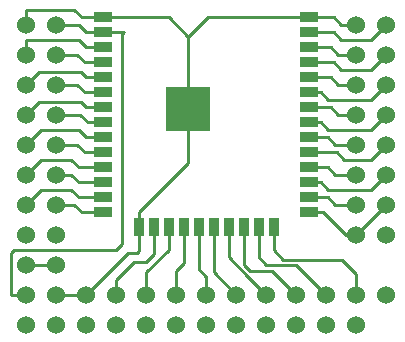
<source format=gbr>
%TF.GenerationSoftware,KiCad,Pcbnew,7.0.10*%
%TF.CreationDate,2024-01-17T03:24:24-05:00*%
%TF.ProjectId,esp32-wroom-socket,65737033-322d-4777-926f-6f6d2d736f63,rev?*%
%TF.SameCoordinates,Original*%
%TF.FileFunction,Copper,L1,Top*%
%TF.FilePolarity,Positive*%
%FSLAX46Y46*%
G04 Gerber Fmt 4.6, Leading zero omitted, Abs format (unit mm)*
G04 Created by KiCad (PCBNEW 7.0.10) date 2024-01-17 03:24:24*
%MOMM*%
%LPD*%
G01*
G04 APERTURE LIST*
%TA.AperFunction,ComponentPad*%
%ADD10C,1.524000*%
%TD*%
%TA.AperFunction,SMDPad,CuDef*%
%ADD11R,1.500000X0.900000*%
%TD*%
%TA.AperFunction,SMDPad,CuDef*%
%ADD12R,0.900000X1.500000*%
%TD*%
%TA.AperFunction,SMDPad,CuDef*%
%ADD13R,3.800000X3.800000*%
%TD*%
%TA.AperFunction,Conductor*%
%ADD14C,0.250000*%
%TD*%
G04 APERTURE END LIST*
D10*
%TO.P,U1,*%
%TO.N,*%
X144780000Y-99060000D03*
X144780000Y-106680000D03*
X147320000Y-99060000D03*
X147320000Y-106680000D03*
X149860000Y-106680000D03*
X152400000Y-106680000D03*
X154940000Y-106680000D03*
X157480000Y-106680000D03*
X160020000Y-106680000D03*
X162560000Y-106680000D03*
X165100000Y-106680000D03*
X167640000Y-106680000D03*
X170180000Y-106680000D03*
X172720000Y-106680000D03*
X175260000Y-104140000D03*
%TO.P,U1,1,GND*%
%TO.N,Net-(U1-GND-Pad1)*%
X144780000Y-81280000D03*
D11*
X151270000Y-80650000D03*
D10*
%TO.P,U1,2,VDD*%
%TO.N,unconnected-(U1-VDD-Pad2)*%
X144780000Y-104140000D03*
X147320000Y-81280000D03*
D11*
X151270000Y-81920000D03*
D10*
%TO.P,U1,3,EN*%
%TO.N,unconnected-(U1-EN-Pad3)*%
X144780000Y-83820000D03*
D11*
X151270000Y-83190000D03*
D10*
%TO.P,U1,4,SENSOR_VP*%
%TO.N,unconnected-(U1-SENSOR_VP-Pad4)*%
X147320000Y-83820000D03*
D11*
X151270000Y-84460000D03*
D10*
%TO.P,U1,5,SENSOR_VN*%
%TO.N,unconnected-(U1-SENSOR_VN-Pad5)*%
X144780000Y-86360000D03*
D11*
X151270000Y-85730000D03*
D10*
%TO.P,U1,6,IO34*%
%TO.N,unconnected-(U1-IO34-Pad6)*%
X147320000Y-86360000D03*
D11*
X151270000Y-87000000D03*
D10*
%TO.P,U1,7,IO35*%
%TO.N,unconnected-(U1-IO35-Pad7)*%
X144780000Y-88900000D03*
D11*
X151270000Y-88270000D03*
D10*
%TO.P,U1,8,IO32*%
%TO.N,unconnected-(U1-IO32-Pad8)*%
X147320000Y-88900000D03*
D11*
X151270000Y-89540000D03*
D10*
%TO.P,U1,9,IO33*%
%TO.N,unconnected-(U1-IO33-Pad9)*%
X144780000Y-91440000D03*
D11*
X151270000Y-90810000D03*
D10*
%TO.P,U1,10,IO25*%
%TO.N,unconnected-(U1-IO25-Pad10)*%
X147320000Y-91440000D03*
D11*
X151270000Y-92080000D03*
D10*
%TO.P,U1,11,IO26*%
%TO.N,unconnected-(U1-IO26-Pad11)*%
X144780000Y-93980000D03*
D11*
X151270000Y-93350000D03*
D10*
%TO.P,U1,12,IO27*%
%TO.N,unconnected-(U1-IO27-Pad12)*%
X147320000Y-93980000D03*
D11*
X151270000Y-94620000D03*
D10*
%TO.P,U1,13,IO14*%
%TO.N,unconnected-(U1-IO14-Pad13)*%
X144780000Y-96520000D03*
D11*
X151270000Y-95890000D03*
D10*
%TO.P,U1,14,IO12*%
%TO.N,unconnected-(U1-IO12-Pad14)*%
X147320000Y-96520000D03*
D11*
X151270000Y-97160000D03*
D10*
%TO.P,U1,15,GND*%
%TO.N,Net-(U1-GND-Pad1)*%
X144780000Y-101600000D03*
X147320000Y-101600000D03*
X147320000Y-104140000D03*
X149860000Y-104140000D03*
D12*
X154310000Y-98410000D03*
D10*
%TO.P,U1,16,IO13*%
%TO.N,unconnected-(U1-IO13-Pad16)*%
X152400000Y-104140000D03*
D12*
X155580000Y-98410000D03*
D10*
%TO.P,U1,17,SHD/SD2*%
%TO.N,unconnected-(U1-SHD{slash}SD2-Pad17)*%
X154940000Y-104140000D03*
D12*
X156850000Y-98410000D03*
D10*
%TO.P,U1,18,SWP/SD3*%
%TO.N,unconnected-(U1-SWP{slash}SD3-Pad18)*%
X157480000Y-104140000D03*
D12*
X158120000Y-98410000D03*
%TO.P,U1,19,SCS/CMD*%
%TO.N,unconnected-(U1-SCS{slash}CMD-Pad19)*%
X159390000Y-98410000D03*
D10*
X160020000Y-104140000D03*
D12*
%TO.P,U1,20,SCK/CLK*%
%TO.N,unconnected-(U1-SCK{slash}CLK-Pad20)*%
X160660000Y-98410000D03*
D10*
X162560000Y-104140000D03*
D12*
%TO.P,U1,21,SDO/SD0*%
%TO.N,unconnected-(U1-SDO{slash}SD0-Pad21)*%
X161930000Y-98410000D03*
D10*
X165100000Y-104140000D03*
D12*
%TO.P,U1,22,SDI/SD1*%
%TO.N,unconnected-(U1-SDI{slash}SD1-Pad22)*%
X163200000Y-98410000D03*
D10*
X167640000Y-104140000D03*
D12*
%TO.P,U1,23,IO15*%
%TO.N,unconnected-(U1-IO15-Pad23)*%
X164470000Y-98410000D03*
D10*
X170180000Y-104140000D03*
D12*
%TO.P,U1,24,IO2*%
%TO.N,unconnected-(U1-IO2-Pad24)*%
X165740000Y-98410000D03*
D10*
X172720000Y-104140000D03*
D11*
%TO.P,U1,25,IO0*%
%TO.N,unconnected-(U1-IO0-Pad25)*%
X168770000Y-97160000D03*
D10*
X172720000Y-99060000D03*
X175260000Y-96520000D03*
D11*
%TO.P,U1,26,IO4*%
%TO.N,unconnected-(U1-IO4-Pad26)*%
X168770000Y-95890000D03*
D10*
X172720000Y-96520000D03*
D11*
%TO.P,U1,27,IO16*%
%TO.N,unconnected-(U1-IO16-Pad27)*%
X168770000Y-94620000D03*
D10*
X175260000Y-93980000D03*
D11*
%TO.P,U1,28,IO17*%
%TO.N,unconnected-(U1-IO17-Pad28)*%
X168770000Y-93350000D03*
D10*
X172720000Y-93980000D03*
D11*
%TO.P,U1,29,IO5*%
%TO.N,unconnected-(U1-IO5-Pad29)*%
X168770000Y-92080000D03*
D10*
X175260000Y-91440000D03*
D11*
%TO.P,U1,30,IO18*%
%TO.N,unconnected-(U1-IO18-Pad30)*%
X168770000Y-90810000D03*
D10*
X172720000Y-91440000D03*
D11*
%TO.P,U1,31,IO19*%
%TO.N,unconnected-(U1-IO19-Pad31)*%
X168770000Y-89540000D03*
D10*
X175260000Y-88900000D03*
D11*
%TO.P,U1,32,NC*%
%TO.N,unconnected-(U1-NC-Pad32)*%
X168770000Y-88270000D03*
D10*
X172720000Y-88900000D03*
D11*
%TO.P,U1,33,IO21*%
%TO.N,unconnected-(U1-IO21-Pad33)*%
X168770000Y-87000000D03*
D10*
X175260000Y-86360000D03*
D11*
%TO.P,U1,34,RXD0/IO3*%
%TO.N,unconnected-(U1-RXD0{slash}IO3-Pad34)*%
X168770000Y-85730000D03*
D10*
X172720000Y-86360000D03*
D11*
%TO.P,U1,35,TXD0/IO1*%
%TO.N,unconnected-(U1-TXD0{slash}IO1-Pad35)*%
X168770000Y-84460000D03*
D10*
X175260000Y-83820000D03*
D11*
%TO.P,U1,36,IO22*%
%TO.N,unconnected-(U1-IO22-Pad36)*%
X168770000Y-83190000D03*
D10*
X172720000Y-83820000D03*
D11*
%TO.P,U1,37,IO23*%
%TO.N,unconnected-(U1-IO23-Pad37)*%
X168770000Y-81920000D03*
D10*
X175260000Y-81280000D03*
D11*
%TO.P,U1,38,GND*%
%TO.N,Net-(U1-GND-Pad1)*%
X168770000Y-80650000D03*
D10*
X172720000Y-81280000D03*
X175260000Y-99060000D03*
D13*
%TO.P,U1,39,GND*%
X158520000Y-88370000D03*
%TD*%
D14*
%TO.N,Net-(U1-GND-Pad1)*%
X147320000Y-104140000D02*
X149860000Y-104140000D01*
X144780000Y-101600000D02*
X147320000Y-101600000D01*
X152146000Y-101854000D02*
X149860000Y-104140000D01*
X153416000Y-100584000D02*
X152146000Y-101854000D01*
X154310000Y-98410000D02*
X154310000Y-100452000D01*
X154178000Y-100584000D02*
X153416000Y-100584000D01*
X154310000Y-100452000D02*
X154178000Y-100584000D01*
%TO.N,unconnected-(U1-VDD-Pad2)*%
X152908000Y-99822000D02*
X152908000Y-82052000D01*
X152400000Y-100330000D02*
X152908000Y-99822000D01*
X152908000Y-82052000D02*
X153040000Y-81920000D01*
X153040000Y-81920000D02*
X151270000Y-81920000D01*
X143510000Y-104140000D02*
X143510000Y-100584000D01*
X143510000Y-100584000D02*
X143764000Y-100330000D01*
X143764000Y-100330000D02*
X152400000Y-100330000D01*
X144780000Y-104140000D02*
X143510000Y-104140000D01*
%TO.N,unconnected-(U1-IO13-Pad16)*%
X152400000Y-102870000D02*
X152400000Y-104140000D01*
X153924000Y-101346000D02*
X152400000Y-102870000D01*
X154940000Y-101346000D02*
X153924000Y-101346000D01*
X155580000Y-100706000D02*
X154940000Y-101346000D01*
X155580000Y-98410000D02*
X155580000Y-100706000D01*
%TO.N,unconnected-(U1-SCS{slash}CMD-Pad19)*%
X160020000Y-102616000D02*
X160020000Y-104140000D01*
X159390000Y-101986000D02*
X160020000Y-102616000D01*
X159390000Y-98410000D02*
X159390000Y-101986000D01*
%TO.N,unconnected-(U1-SCK{slash}CLK-Pad20)*%
X160660000Y-102240000D02*
X162560000Y-104140000D01*
X160660000Y-98410000D02*
X160660000Y-102240000D01*
%TO.N,unconnected-(U1-SDO{slash}SD0-Pad21)*%
X163579604Y-102616000D02*
X163579604Y-102619604D01*
X161930000Y-100966396D02*
X163579604Y-102616000D01*
X161930000Y-98410000D02*
X161930000Y-100966396D01*
X163579604Y-102619604D02*
X165100000Y-104140000D01*
%TO.N,unconnected-(U1-SDI{slash}SD1-Pad22)*%
X163708000Y-102108000D02*
X165608000Y-102108000D01*
X163200000Y-101600000D02*
X163708000Y-102108000D01*
X165608000Y-102108000D02*
X167640000Y-104140000D01*
X163200000Y-98410000D02*
X163200000Y-101600000D01*
%TO.N,unconnected-(U1-IO15-Pad23)*%
X165100000Y-101600000D02*
X167640000Y-101600000D01*
X167640000Y-101600000D02*
X170180000Y-104140000D01*
X164470000Y-100970000D02*
X165100000Y-101600000D01*
X164470000Y-98410000D02*
X164470000Y-100970000D01*
%TO.N,unconnected-(U1-IO0-Pad25)*%
X171826000Y-99060000D02*
X172720000Y-99060000D01*
X168770000Y-97160000D02*
X169926000Y-97160000D01*
X169926000Y-97160000D02*
X171826000Y-99060000D01*
%TO.N,unconnected-(U1-IO4-Pad26)*%
X168770000Y-95890000D02*
X170312000Y-95890000D01*
X170312000Y-95890000D02*
X170942000Y-96520000D01*
X170942000Y-96520000D02*
X172720000Y-96520000D01*
%TO.N,unconnected-(U1-IO16-Pad27)*%
X169733000Y-94620000D02*
X170363000Y-95250000D01*
X170363000Y-95250000D02*
X173990000Y-95250000D01*
X168770000Y-94620000D02*
X169733000Y-94620000D01*
X173990000Y-95250000D02*
X175260000Y-93980000D01*
%TO.N,unconnected-(U1-IO17-Pad28)*%
X170942000Y-93980000D02*
X172720000Y-93980000D01*
X170312000Y-93350000D02*
X170942000Y-93980000D01*
X168770000Y-93350000D02*
X170312000Y-93350000D01*
%TO.N,unconnected-(U1-IO18-Pad30)*%
X170942000Y-91440000D02*
X172720000Y-91440000D01*
X170312000Y-90810000D02*
X170942000Y-91440000D01*
X168770000Y-90810000D02*
X170312000Y-90810000D01*
%TO.N,unconnected-(U1-IO5-Pad29)*%
X173990000Y-92710000D02*
X175260000Y-91440000D01*
X171704000Y-92710000D02*
X173990000Y-92710000D01*
X171074000Y-92080000D02*
X171704000Y-92710000D01*
X168770000Y-92080000D02*
X171074000Y-92080000D01*
%TO.N,unconnected-(U1-IO19-Pad31)*%
X168770000Y-89540000D02*
X169733000Y-89540000D01*
X169733000Y-89540000D02*
X170363000Y-90170000D01*
X170363000Y-90170000D02*
X173990000Y-90170000D01*
X173990000Y-90170000D02*
X175260000Y-88900000D01*
%TO.N,unconnected-(U1-IO21-Pad33)*%
X173990000Y-87630000D02*
X175260000Y-86360000D01*
X169733000Y-87000000D02*
X170363000Y-87630000D01*
X170363000Y-87630000D02*
X173990000Y-87630000D01*
X168770000Y-87000000D02*
X169733000Y-87000000D01*
%TO.N,unconnected-(U1-NC-Pad32)*%
X171196000Y-88900000D02*
X172720000Y-88900000D01*
X170566000Y-88270000D02*
X171196000Y-88900000D01*
X168770000Y-88270000D02*
X170566000Y-88270000D01*
%TO.N,unconnected-(U1-RXD0{slash}IO3-Pad34)*%
X171196000Y-86360000D02*
X172720000Y-86360000D01*
X170566000Y-85730000D02*
X171196000Y-86360000D01*
X168770000Y-85730000D02*
X170566000Y-85730000D01*
%TO.N,unconnected-(U1-TXD0{slash}IO1-Pad35)*%
X171450000Y-85090000D02*
X173990000Y-85090000D01*
X170820000Y-84460000D02*
X171450000Y-85090000D01*
X168770000Y-84460000D02*
X170820000Y-84460000D01*
X173990000Y-85090000D02*
X175260000Y-83820000D01*
%TO.N,unconnected-(U1-IO22-Pad36)*%
X171196000Y-83820000D02*
X172720000Y-83820000D01*
X170566000Y-83190000D02*
X171196000Y-83820000D01*
X168770000Y-83190000D02*
X170566000Y-83190000D01*
%TO.N,unconnected-(U1-IO23-Pad37)*%
X173990000Y-82550000D02*
X175260000Y-81280000D01*
X171450000Y-82550000D02*
X173990000Y-82550000D01*
X170820000Y-81920000D02*
X171450000Y-82550000D01*
X168770000Y-81920000D02*
X170820000Y-81920000D01*
%TO.N,Net-(U1-GND-Pad1)*%
X170820000Y-80650000D02*
X171450000Y-81280000D01*
X171450000Y-81280000D02*
X172720000Y-81280000D01*
X168770000Y-80650000D02*
X170820000Y-80650000D01*
%TO.N,unconnected-(U1-IO2-Pad24)*%
X172720000Y-102362000D02*
X172720000Y-104140000D01*
X171508000Y-101150000D02*
X172720000Y-102362000D01*
X166540000Y-101150000D02*
X171508000Y-101150000D01*
X165740000Y-100350000D02*
X166540000Y-101150000D01*
X165740000Y-98410000D02*
X165740000Y-100350000D01*
%TO.N,unconnected-(U1-SWP{slash}SD3-Pad18)*%
X158120000Y-101468000D02*
X157480000Y-102108000D01*
X157480000Y-102108000D02*
X157480000Y-104140000D01*
X158120000Y-98410000D02*
X158120000Y-101468000D01*
%TO.N,unconnected-(U1-IO12-Pad14)*%
X148844000Y-96520000D02*
X147320000Y-96520000D01*
X149484000Y-97160000D02*
X148844000Y-96520000D01*
X151270000Y-97160000D02*
X149484000Y-97160000D01*
%TO.N,unconnected-(U1-IO14-Pad13)*%
X148590000Y-95250000D02*
X149230000Y-95890000D01*
X146050000Y-95250000D02*
X148590000Y-95250000D01*
X149230000Y-95890000D02*
X151270000Y-95890000D01*
X144780000Y-96520000D02*
X146050000Y-95250000D01*
%TO.N,unconnected-(U1-IO27-Pad12)*%
X148590000Y-93980000D02*
X147320000Y-93980000D01*
X149230000Y-94620000D02*
X148590000Y-93980000D01*
X151270000Y-94620000D02*
X149230000Y-94620000D01*
%TO.N,unconnected-(U1-IO26-Pad11)*%
X146050000Y-92710000D02*
X144780000Y-93980000D01*
X148590000Y-92710000D02*
X146050000Y-92710000D01*
X149230000Y-93350000D02*
X148590000Y-92710000D01*
X151270000Y-93350000D02*
X149230000Y-93350000D01*
%TO.N,unconnected-(U1-IO25-Pad10)*%
X149098000Y-91440000D02*
X147320000Y-91440000D01*
X149738000Y-92080000D02*
X149098000Y-91440000D01*
X151270000Y-92080000D02*
X149738000Y-92080000D01*
%TO.N,unconnected-(U1-IO33-Pad9)*%
X149860000Y-90810000D02*
X151270000Y-90810000D01*
X149220000Y-90170000D02*
X149860000Y-90810000D01*
X146050000Y-90170000D02*
X149220000Y-90170000D01*
X144780000Y-91440000D02*
X146050000Y-90170000D01*
%TO.N,Net-(U1-GND-Pad1)*%
X144780000Y-80010000D02*
X144780000Y-81280000D01*
X149487251Y-80650000D02*
X148847251Y-80010000D01*
X148847251Y-80010000D02*
X144780000Y-80010000D01*
X151270000Y-80650000D02*
X149487251Y-80650000D01*
%TO.N,unconnected-(U1-EN-Pad3)*%
X149220000Y-82550000D02*
X144780000Y-82550000D01*
X149860000Y-83190000D02*
X149220000Y-82550000D01*
X144780000Y-82550000D02*
X144780000Y-83820000D01*
X151270000Y-83190000D02*
X149860000Y-83190000D01*
%TO.N,unconnected-(U1-SENSOR_VP-Pad4)*%
X149098000Y-83820000D02*
X149738000Y-84460000D01*
X149738000Y-84460000D02*
X151270000Y-84460000D01*
X147320000Y-83820000D02*
X149098000Y-83820000D01*
%TO.N,unconnected-(U1-IO34-Pad6)*%
X149738000Y-87000000D02*
X149098000Y-86360000D01*
X151270000Y-87000000D02*
X149738000Y-87000000D01*
X149098000Y-86360000D02*
X147320000Y-86360000D01*
%TO.N,unconnected-(U1-IO32-Pad8)*%
X149992000Y-89540000D02*
X149352000Y-88900000D01*
X149352000Y-88900000D02*
X147320000Y-88900000D01*
X151270000Y-89540000D02*
X149992000Y-89540000D01*
%TO.N,Net-(U1-GND-Pad1)*%
X156850000Y-80650000D02*
X158520000Y-82320000D01*
X158520000Y-92940000D02*
X158520000Y-88370000D01*
X158520000Y-82320000D02*
X158520000Y-88370000D01*
X154310000Y-98410000D02*
X154310000Y-97150000D01*
X154310000Y-97150000D02*
X158520000Y-92940000D01*
X168770000Y-80650000D02*
X160190000Y-80650000D01*
X160190000Y-80650000D02*
X158520000Y-82320000D01*
X151270000Y-80650000D02*
X156850000Y-80650000D01*
%TO.N,unconnected-(U1-VDD-Pad2)*%
X149220000Y-81280000D02*
X149860000Y-81920000D01*
X151270000Y-81920000D02*
X149860000Y-81920000D01*
X147320000Y-81280000D02*
X149220000Y-81280000D01*
%TO.N,unconnected-(U1-SENSOR_VN-Pad5)*%
X151270000Y-85730000D02*
X149860000Y-85730000D01*
X144780000Y-86360000D02*
X145867000Y-85273000D01*
X145867000Y-85273000D02*
X149403000Y-85273000D01*
X149403000Y-85273000D02*
X149860000Y-85730000D01*
%TO.N,unconnected-(U1-IO35-Pad7)*%
X144780000Y-88900000D02*
X145867000Y-87813000D01*
X151270000Y-88270000D02*
X149860000Y-88270000D01*
X145867000Y-87813000D02*
X149403000Y-87813000D01*
X149403000Y-87813000D02*
X149860000Y-88270000D01*
%TO.N,unconnected-(U1-SHD{slash}SD2-Pad17)*%
X156850000Y-98410000D02*
X156850000Y-100326396D01*
X156850000Y-100326396D02*
X154940000Y-102236396D01*
X154940000Y-102236396D02*
X154940000Y-104140000D01*
%TO.N,unconnected-(U1-IO0-Pad25)*%
X172720000Y-99060000D02*
X175260000Y-96520000D01*
%TD*%
M02*

</source>
